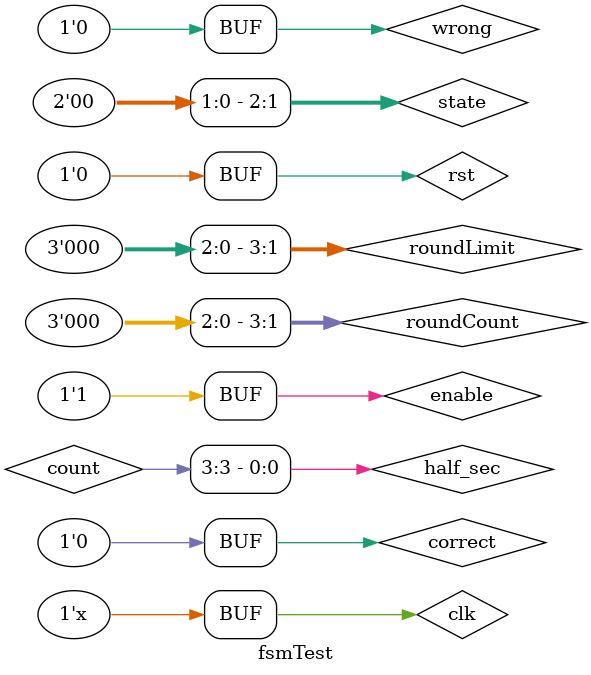
<source format=v>
`timescale 1ns / 1ps


module fsmTest();
reg clk, rst, enable, correct, wrong;
reg [3:0] count;

wire timer_3_en, clear_score, lose, win, half_sec;
wire [1:0] sel;
wire [2:0] state;
wire [3:0] roundCount, roundLimit;

fsm DUT(
.clk(clk),
.rst(rst),
.enable(enable),
.timer(timer),
.correct(correct),
.wrong(wrong),
.half_sec(half_sec),
.clear_score(clear_score),
.sel(sel),
.lose(lose),
.win(win)
);

assign state = fsm.state;
assign roundCount = fsm.roundCount;
assign roundLimit= fsm.roundLimit;
assign half_sec = count[3];

initial begin
clk = 0;
rst = 1;
enable = 0;
correct = 0;
wrong = 0;
count = 0;
#50 rst = 0;
#20 enable = 1;
end

always #10 clk = ~clk;

always @(posedge clk) begin
count <= count + 1;
end
endmodule

</source>
